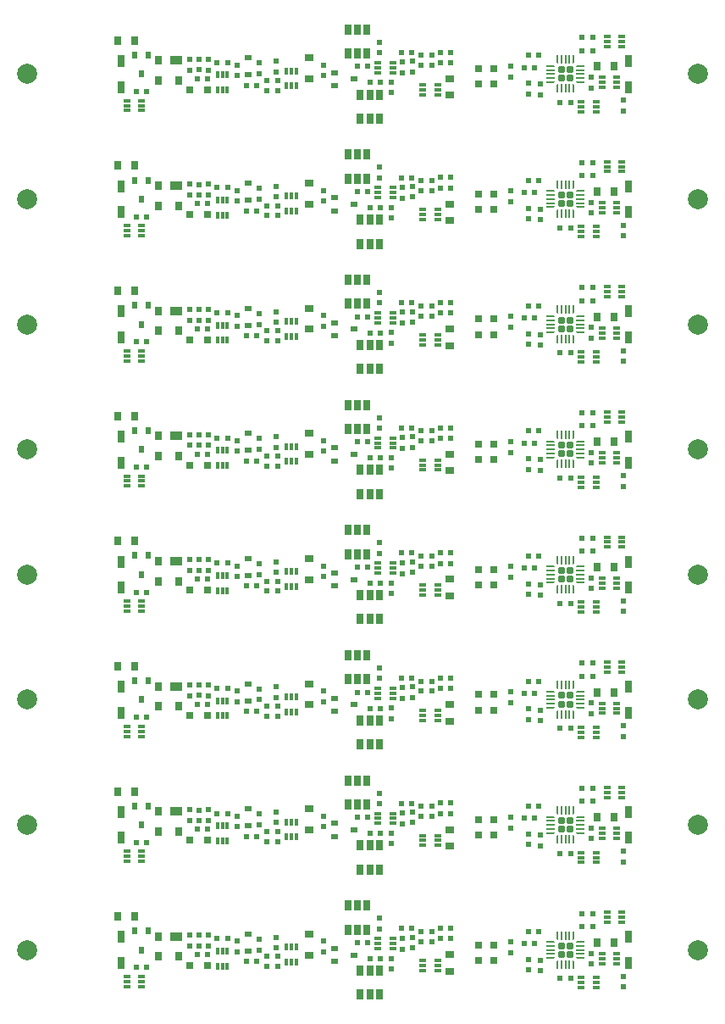
<source format=gtp>
G04 #@! TF.GenerationSoftware,KiCad,Pcbnew,7.0.7*
G04 #@! TF.CreationDate,2023-09-19T00:26:08+09:00*
G04 #@! TF.ProjectId,motordecoder2-k3066v3-p,6d6f746f-7264-4656-936f-646572322d6b,rev?*
G04 #@! TF.SameCoordinates,Original*
G04 #@! TF.FileFunction,Paste,Top*
G04 #@! TF.FilePolarity,Positive*
%FSLAX46Y46*%
G04 Gerber Fmt 4.6, Leading zero omitted, Abs format (unit mm)*
G04 Created by KiCad (PCBNEW 7.0.7) date 2023-09-19 00:26:08*
%MOMM*%
%LPD*%
G01*
G04 APERTURE LIST*
G04 Aperture macros list*
%AMRoundRect*
0 Rectangle with rounded corners*
0 $1 Rounding radius*
0 $2 $3 $4 $5 $6 $7 $8 $9 X,Y pos of 4 corners*
0 Add a 4 corners polygon primitive as box body*
4,1,4,$2,$3,$4,$5,$6,$7,$8,$9,$2,$3,0*
0 Add four circle primitives for the rounded corners*
1,1,$1+$1,$2,$3*
1,1,$1+$1,$4,$5*
1,1,$1+$1,$6,$7*
1,1,$1+$1,$8,$9*
0 Add four rect primitives between the rounded corners*
20,1,$1+$1,$2,$3,$4,$5,0*
20,1,$1+$1,$4,$5,$6,$7,0*
20,1,$1+$1,$6,$7,$8,$9,0*
20,1,$1+$1,$8,$9,$2,$3,0*%
%AMFreePoly0*
4,1,14,0.334644,0.085355,0.385355,0.034644,0.400000,-0.000711,0.400000,-0.050000,0.385355,-0.085355,0.350000,-0.100000,-0.350000,-0.100000,-0.385355,-0.085355,-0.400000,-0.050000,-0.400000,0.050000,-0.385355,0.085355,-0.350000,0.100000,0.299289,0.100000,0.334644,0.085355,0.334644,0.085355,$1*%
%AMFreePoly1*
4,1,14,0.385355,0.085355,0.400000,0.050000,0.400000,0.000711,0.385355,-0.034644,0.334644,-0.085355,0.299289,-0.100000,-0.350000,-0.100000,-0.385355,-0.085355,-0.400000,-0.050000,-0.400000,0.050000,-0.385355,0.085355,-0.350000,0.100000,0.350000,0.100000,0.385355,0.085355,0.385355,0.085355,$1*%
%AMFreePoly2*
4,1,14,0.085355,0.385355,0.100000,0.350000,0.100000,-0.350000,0.085355,-0.385355,0.050000,-0.400000,-0.050000,-0.400000,-0.085355,-0.385355,-0.100000,-0.350000,-0.100000,0.299289,-0.085355,0.334644,-0.034644,0.385355,0.000711,0.400000,0.050000,0.400000,0.085355,0.385355,0.085355,0.385355,$1*%
%AMFreePoly3*
4,1,14,0.034644,0.385355,0.085355,0.334644,0.100000,0.299289,0.100000,-0.350000,0.085355,-0.385355,0.050000,-0.400000,-0.050000,-0.400000,-0.085355,-0.385355,-0.100000,-0.350000,-0.100000,0.350000,-0.085355,0.385355,-0.050000,0.400000,-0.000711,0.400000,0.034644,0.385355,0.034644,0.385355,$1*%
%AMFreePoly4*
4,1,14,0.385355,0.085355,0.400000,0.050000,0.400000,-0.050000,0.385355,-0.085355,0.350000,-0.100000,-0.299289,-0.100000,-0.334644,-0.085355,-0.385355,-0.034644,-0.400000,0.000711,-0.400000,0.050000,-0.385355,0.085355,-0.350000,0.100000,0.350000,0.100000,0.385355,0.085355,0.385355,0.085355,$1*%
%AMFreePoly5*
4,1,14,0.385355,0.085355,0.400000,0.050000,0.400000,-0.050000,0.385355,-0.085355,0.350000,-0.100000,-0.350000,-0.100000,-0.385355,-0.085355,-0.400000,-0.050000,-0.400000,-0.000711,-0.385355,0.034644,-0.334644,0.085355,-0.299289,0.100000,0.350000,0.100000,0.385355,0.085355,0.385355,0.085355,$1*%
%AMFreePoly6*
4,1,14,0.085355,0.385355,0.100000,0.350000,0.100000,-0.299289,0.085355,-0.334644,0.034644,-0.385355,-0.000711,-0.400000,-0.050000,-0.400000,-0.085355,-0.385355,-0.100000,-0.350000,-0.100000,0.350000,-0.085355,0.385355,-0.050000,0.400000,0.050000,0.400000,0.085355,0.385355,0.085355,0.385355,$1*%
%AMFreePoly7*
4,1,14,0.085355,0.385355,0.100000,0.350000,0.100000,-0.350000,0.085355,-0.385355,0.050000,-0.400000,0.000711,-0.400000,-0.034644,-0.385355,-0.085355,-0.334644,-0.100000,-0.299289,-0.100000,0.350000,-0.085355,0.385355,-0.050000,0.400000,0.050000,0.400000,0.085355,0.385355,0.085355,0.385355,$1*%
G04 Aperture macros list end*
%ADD10R,0.700000X1.000000*%
%ADD11R,0.700000X0.300000*%
%ADD12R,0.300000X0.700000*%
%ADD13R,0.650000X0.900000*%
%ADD14R,0.600000X0.550000*%
%ADD15R,0.550000X0.600000*%
%ADD16R,0.500000X0.550000*%
%ADD17R,0.900000X0.800000*%
%ADD18R,0.800000X0.500000*%
%ADD19R,0.800000X0.800000*%
%ADD20R,0.700000X0.800000*%
%ADD21R,0.800000X0.600000*%
%ADD22R,0.500000X0.800000*%
%ADD23R,0.900000X0.650000*%
%ADD24R,1.200000X0.900000*%
%ADD25R,0.800000X0.900000*%
%ADD26RoundRect,0.172500X-0.172500X-0.172500X0.172500X-0.172500X0.172500X0.172500X-0.172500X0.172500X0*%
%ADD27FreePoly0,0.000000*%
%ADD28RoundRect,0.050000X-0.350000X-0.050000X0.350000X-0.050000X0.350000X0.050000X-0.350000X0.050000X0*%
%ADD29FreePoly1,0.000000*%
%ADD30FreePoly2,0.000000*%
%ADD31RoundRect,0.050000X-0.050000X-0.350000X0.050000X-0.350000X0.050000X0.350000X-0.050000X0.350000X0*%
%ADD32FreePoly3,0.000000*%
%ADD33FreePoly4,0.000000*%
%ADD34FreePoly5,0.000000*%
%ADD35FreePoly6,0.000000*%
%ADD36FreePoly7,0.000000*%
%ADD37R,0.750000X1.300000*%
%ADD38C,2.000000*%
G04 APERTURE END LIST*
D10*
X146550000Y-46950000D03*
X147500000Y-46950000D03*
X148450000Y-46950000D03*
X148450000Y-44550000D03*
X147500000Y-44550000D03*
X146550000Y-44550000D03*
X149700000Y-51050000D03*
X148750000Y-51050000D03*
X147800000Y-51050000D03*
X147800000Y-53450000D03*
X148750000Y-53450000D03*
X149700000Y-53450000D03*
D11*
X149550000Y-47850000D03*
X149550000Y-48350000D03*
X149550000Y-48850000D03*
X151050000Y-48850000D03*
X151050000Y-48350000D03*
X151050000Y-47850000D03*
X154050000Y-50050000D03*
X154050000Y-50550000D03*
X154050000Y-51050000D03*
X155550000Y-51050000D03*
X155550000Y-50550000D03*
X155550000Y-50050000D03*
D12*
X133500000Y-50600000D03*
X134000000Y-50600000D03*
X134500000Y-50600000D03*
X134500000Y-49100000D03*
X134000000Y-49100000D03*
X133500000Y-49100000D03*
D13*
X171475000Y-48250000D03*
X173125000Y-48250000D03*
D14*
X135500000Y-49175000D03*
X135500000Y-48125000D03*
X139400000Y-47725000D03*
X139400000Y-48775000D03*
D15*
X138475000Y-49650000D03*
X139525000Y-49650000D03*
X139525000Y-50650000D03*
X138475000Y-50650000D03*
X153875000Y-47150000D03*
X154925000Y-47150000D03*
D16*
X130700000Y-48600000D03*
X130700000Y-47500000D03*
X162800000Y-49300000D03*
X162800000Y-48200000D03*
X152000000Y-47800000D03*
X152000000Y-48900000D03*
X137700000Y-49000000D03*
X137700000Y-47900000D03*
X132600000Y-48600000D03*
X132600000Y-47500000D03*
D17*
X142700000Y-49500000D03*
X142700000Y-47400000D03*
D18*
X145250000Y-48850000D03*
X145250000Y-50150000D03*
X147150000Y-49500000D03*
D19*
X159600000Y-50025000D03*
X159600000Y-48475000D03*
D11*
X173950000Y-46250000D03*
X173950000Y-45750000D03*
X173950000Y-45250000D03*
X172450000Y-45250000D03*
X172450000Y-45750000D03*
X172450000Y-46250000D03*
D14*
X174100000Y-52675000D03*
X174100000Y-51625000D03*
D15*
X168825000Y-51850000D03*
X167775000Y-51850000D03*
X171025000Y-45350000D03*
X169975000Y-45350000D03*
D14*
X164600000Y-50975000D03*
X164600000Y-49925000D03*
D11*
X171950000Y-49350000D03*
X171950000Y-49850000D03*
X171950000Y-50350000D03*
X173450000Y-50350000D03*
X173450000Y-49850000D03*
X173450000Y-49350000D03*
X171350000Y-52750000D03*
X171350000Y-52250000D03*
X171350000Y-51750000D03*
X169850000Y-51750000D03*
X169850000Y-52250000D03*
X169850000Y-52750000D03*
D14*
X170900000Y-50375000D03*
X170900000Y-49325000D03*
D15*
X171025000Y-46650000D03*
X169975000Y-46650000D03*
D20*
X161100000Y-50025000D03*
X161100000Y-48475000D03*
D21*
X136600000Y-49100000D03*
X136600000Y-47400000D03*
D14*
X131650000Y-48575000D03*
X131650000Y-47525000D03*
D12*
X141400000Y-48700000D03*
X140900000Y-48700000D03*
X140400000Y-48700000D03*
X140400000Y-50200000D03*
X140900000Y-50200000D03*
X141400000Y-50200000D03*
D15*
X165225000Y-48350000D03*
X164175000Y-48350000D03*
D14*
X165800000Y-50025000D03*
X165800000Y-51075000D03*
D15*
X164575000Y-47150000D03*
X165625000Y-47150000D03*
D22*
X126550000Y-47100000D03*
X125250000Y-47100000D03*
X125900000Y-49000000D03*
D15*
X152925000Y-46850000D03*
X151875000Y-46850000D03*
D14*
X153000000Y-47725000D03*
X153000000Y-48775000D03*
X155800000Y-46825000D03*
X155800000Y-47875000D03*
X156800000Y-47875000D03*
X156800000Y-46825000D03*
D15*
X154925000Y-48150000D03*
X153875000Y-48150000D03*
X147475000Y-48250000D03*
X148525000Y-48250000D03*
X148775000Y-49850000D03*
X149825000Y-49850000D03*
D14*
X149700000Y-46875000D03*
X149700000Y-45825000D03*
X150900000Y-49825000D03*
X150900000Y-50875000D03*
D23*
X156700000Y-51125000D03*
X156700000Y-49475000D03*
D14*
X144100000Y-49175000D03*
X144100000Y-48125000D03*
D15*
X136375000Y-50150000D03*
X137425000Y-50150000D03*
X132525000Y-49450000D03*
X131475000Y-49450000D03*
X125375000Y-50750000D03*
X126425000Y-50750000D03*
D24*
X129400000Y-47650000D03*
D25*
X127600000Y-47650000D03*
X127600000Y-49650000D03*
X129600000Y-49650000D03*
D11*
X124450000Y-51650000D03*
X124450000Y-52150000D03*
X124450000Y-52650000D03*
X125950000Y-52650000D03*
X125950000Y-52150000D03*
X125950000Y-51650000D03*
D20*
X132500000Y-50550000D03*
X130700000Y-50550000D03*
D13*
X123575000Y-45650000D03*
X125225000Y-45650000D03*
D15*
X133475000Y-47850000D03*
X134525000Y-47850000D03*
D26*
X167875000Y-48575000D03*
X167875000Y-49425000D03*
X168725000Y-48575000D03*
X168725000Y-49425000D03*
D27*
X166850000Y-48200000D03*
D28*
X166850000Y-48600000D03*
X166850000Y-49000000D03*
X166850000Y-49400000D03*
D29*
X166850000Y-49800000D03*
D30*
X167500000Y-50450000D03*
D31*
X167900000Y-50450000D03*
X168300000Y-50450000D03*
X168700000Y-50450000D03*
D32*
X169100000Y-50450000D03*
D33*
X169750000Y-49800000D03*
D28*
X169750000Y-49400000D03*
X169750000Y-49000000D03*
X169750000Y-48600000D03*
D34*
X169750000Y-48200000D03*
D35*
X169100000Y-47550000D03*
D31*
X168700000Y-47550000D03*
X168300000Y-47550000D03*
X167900000Y-47550000D03*
D36*
X167500000Y-47550000D03*
D37*
X123875000Y-47700000D03*
X123875000Y-50300000D03*
X174625000Y-50300000D03*
X174625000Y-47700000D03*
D16*
X132600000Y-73600000D03*
X132600000Y-72500000D03*
D18*
X145250000Y-98850000D03*
X145250000Y-100150000D03*
X147150000Y-99500000D03*
D21*
X136600000Y-111600000D03*
X136600000Y-109900000D03*
D18*
X145250000Y-123850000D03*
X145250000Y-125150000D03*
X147150000Y-124500000D03*
D15*
X147475000Y-98250000D03*
X148525000Y-98250000D03*
D14*
X155800000Y-71825000D03*
X155800000Y-72875000D03*
D11*
X124450000Y-101650000D03*
X124450000Y-102150000D03*
X124450000Y-102650000D03*
X125950000Y-102650000D03*
X125950000Y-102150000D03*
X125950000Y-101650000D03*
X173950000Y-58750000D03*
X173950000Y-58250000D03*
X173950000Y-57750000D03*
X172450000Y-57750000D03*
X172450000Y-58250000D03*
X172450000Y-58750000D03*
D24*
X129400000Y-85150000D03*
D25*
X127600000Y-85150000D03*
X127600000Y-87150000D03*
X129600000Y-87150000D03*
D11*
X149550000Y-97850000D03*
X149550000Y-98350000D03*
X149550000Y-98850000D03*
X151050000Y-98850000D03*
X151050000Y-98350000D03*
X151050000Y-97850000D03*
D14*
X135500000Y-99175000D03*
X135500000Y-98125000D03*
X150900000Y-87325000D03*
X150900000Y-88375000D03*
D11*
X171950000Y-136850000D03*
X171950000Y-137350000D03*
X171950000Y-137850000D03*
X173450000Y-137850000D03*
X173450000Y-137350000D03*
X173450000Y-136850000D03*
X124450000Y-139150000D03*
X124450000Y-139650000D03*
X124450000Y-140150000D03*
X125950000Y-140150000D03*
X125950000Y-139650000D03*
X125950000Y-139150000D03*
D14*
X170900000Y-87875000D03*
X170900000Y-86825000D03*
D19*
X159600000Y-87525000D03*
X159600000Y-85975000D03*
D11*
X124450000Y-114150000D03*
X124450000Y-114650000D03*
X124450000Y-115150000D03*
X125950000Y-115150000D03*
X125950000Y-114650000D03*
X125950000Y-114150000D03*
D14*
X135500000Y-124175000D03*
X135500000Y-123125000D03*
D20*
X132500000Y-75550000D03*
X130700000Y-75550000D03*
D38*
X114500000Y-86500000D03*
D14*
X144100000Y-61675000D03*
X144100000Y-60625000D03*
D17*
X142700000Y-99500000D03*
X142700000Y-97400000D03*
D11*
X154050000Y-100050000D03*
X154050000Y-100550000D03*
X154050000Y-101050000D03*
X155550000Y-101050000D03*
X155550000Y-100550000D03*
X155550000Y-100050000D03*
D15*
X164575000Y-122150000D03*
X165625000Y-122150000D03*
D11*
X173950000Y-121250000D03*
X173950000Y-120750000D03*
X173950000Y-120250000D03*
X172450000Y-120250000D03*
X172450000Y-120750000D03*
X172450000Y-121250000D03*
D16*
X132600000Y-86100000D03*
X132600000Y-85000000D03*
D14*
X150900000Y-137325000D03*
X150900000Y-138375000D03*
D12*
X141400000Y-136200000D03*
X140900000Y-136200000D03*
X140400000Y-136200000D03*
X140400000Y-137700000D03*
X140900000Y-137700000D03*
X141400000Y-137700000D03*
D14*
X135500000Y-74175000D03*
X135500000Y-73125000D03*
D15*
X165225000Y-110850000D03*
X164175000Y-110850000D03*
D13*
X123575000Y-95650000D03*
X125225000Y-95650000D03*
D15*
X168825000Y-101850000D03*
X167775000Y-101850000D03*
D13*
X123575000Y-120650000D03*
X125225000Y-120650000D03*
D15*
X148775000Y-124850000D03*
X149825000Y-124850000D03*
D26*
X167875000Y-136075000D03*
X167875000Y-136925000D03*
X168725000Y-136075000D03*
X168725000Y-136925000D03*
D27*
X166850000Y-135700000D03*
D28*
X166850000Y-136100000D03*
X166850000Y-136500000D03*
X166850000Y-136900000D03*
D29*
X166850000Y-137300000D03*
D30*
X167500000Y-137950000D03*
D31*
X167900000Y-137950000D03*
X168300000Y-137950000D03*
X168700000Y-137950000D03*
D32*
X169100000Y-137950000D03*
D33*
X169750000Y-137300000D03*
D28*
X169750000Y-136900000D03*
X169750000Y-136500000D03*
X169750000Y-136100000D03*
D34*
X169750000Y-135700000D03*
D35*
X169100000Y-135050000D03*
D31*
X168700000Y-135050000D03*
X168300000Y-135050000D03*
X167900000Y-135050000D03*
D36*
X167500000Y-135050000D03*
D15*
X148775000Y-112350000D03*
X149825000Y-112350000D03*
D26*
X167875000Y-98575000D03*
X167875000Y-99425000D03*
X168725000Y-98575000D03*
X168725000Y-99425000D03*
D27*
X166850000Y-98200000D03*
D28*
X166850000Y-98600000D03*
X166850000Y-99000000D03*
X166850000Y-99400000D03*
D29*
X166850000Y-99800000D03*
D30*
X167500000Y-100450000D03*
D31*
X167900000Y-100450000D03*
X168300000Y-100450000D03*
X168700000Y-100450000D03*
D32*
X169100000Y-100450000D03*
D33*
X169750000Y-99800000D03*
D28*
X169750000Y-99400000D03*
X169750000Y-99000000D03*
X169750000Y-98600000D03*
D34*
X169750000Y-98200000D03*
D35*
X169100000Y-97550000D03*
D31*
X168700000Y-97550000D03*
X168300000Y-97550000D03*
X167900000Y-97550000D03*
D36*
X167500000Y-97550000D03*
D23*
X156700000Y-101125000D03*
X156700000Y-99475000D03*
D15*
X165225000Y-73350000D03*
X164175000Y-73350000D03*
D12*
X141400000Y-98700000D03*
X140900000Y-98700000D03*
X140400000Y-98700000D03*
X140400000Y-100200000D03*
X140900000Y-100200000D03*
X141400000Y-100200000D03*
D14*
X149700000Y-121875000D03*
X149700000Y-120825000D03*
X131650000Y-123575000D03*
X131650000Y-122525000D03*
D11*
X154050000Y-75050000D03*
X154050000Y-75550000D03*
X154050000Y-76050000D03*
X155550000Y-76050000D03*
X155550000Y-75550000D03*
X155550000Y-75050000D03*
D15*
X147475000Y-135750000D03*
X148525000Y-135750000D03*
D16*
X162800000Y-86800000D03*
X162800000Y-85700000D03*
D15*
X154925000Y-110650000D03*
X153875000Y-110650000D03*
D19*
X159600000Y-62525000D03*
X159600000Y-60975000D03*
D14*
X174100000Y-102675000D03*
X174100000Y-101625000D03*
D15*
X133475000Y-97850000D03*
X134525000Y-97850000D03*
D11*
X149550000Y-72850000D03*
X149550000Y-73350000D03*
X149550000Y-73850000D03*
X151050000Y-73850000D03*
X151050000Y-73350000D03*
X151050000Y-72850000D03*
D14*
X165800000Y-75025000D03*
X165800000Y-76075000D03*
D15*
X152925000Y-71850000D03*
X151875000Y-71850000D03*
X152925000Y-84350000D03*
X151875000Y-84350000D03*
D14*
X164600000Y-113475000D03*
X164600000Y-112425000D03*
D11*
X171950000Y-86850000D03*
X171950000Y-87350000D03*
X171950000Y-87850000D03*
X173450000Y-87850000D03*
X173450000Y-87350000D03*
X173450000Y-86850000D03*
D24*
X129400000Y-60150000D03*
D25*
X127600000Y-60150000D03*
X127600000Y-62150000D03*
X129600000Y-62150000D03*
D21*
X136600000Y-99100000D03*
X136600000Y-97400000D03*
D38*
X181500000Y-136500000D03*
D15*
X136375000Y-125150000D03*
X137425000Y-125150000D03*
D24*
X129400000Y-122650000D03*
D25*
X127600000Y-122650000D03*
X127600000Y-124650000D03*
X129600000Y-124650000D03*
D12*
X133500000Y-138100000D03*
X134000000Y-138100000D03*
X134500000Y-138100000D03*
X134500000Y-136600000D03*
X134000000Y-136600000D03*
X133500000Y-136600000D03*
D14*
X144100000Y-86675000D03*
X144100000Y-85625000D03*
X174100000Y-127675000D03*
X174100000Y-126625000D03*
D17*
X142700000Y-124500000D03*
X142700000Y-122400000D03*
D14*
X153000000Y-72725000D03*
X153000000Y-73775000D03*
X131650000Y-73575000D03*
X131650000Y-72525000D03*
X164600000Y-75975000D03*
X164600000Y-74925000D03*
X174100000Y-90175000D03*
X174100000Y-89125000D03*
D15*
X154925000Y-98150000D03*
X153875000Y-98150000D03*
D14*
X155800000Y-96825000D03*
X155800000Y-97875000D03*
D16*
X130700000Y-136100000D03*
X130700000Y-135000000D03*
X162800000Y-99300000D03*
X162800000Y-98200000D03*
X137700000Y-74000000D03*
X137700000Y-72900000D03*
D11*
X171950000Y-74350000D03*
X171950000Y-74850000D03*
X171950000Y-75350000D03*
X173450000Y-75350000D03*
X173450000Y-74850000D03*
X173450000Y-74350000D03*
D15*
X171025000Y-109150000D03*
X169975000Y-109150000D03*
X136375000Y-112650000D03*
X137425000Y-112650000D03*
D23*
X156700000Y-126125000D03*
X156700000Y-124475000D03*
D21*
X136600000Y-86600000D03*
X136600000Y-84900000D03*
D12*
X141400000Y-123700000D03*
X140900000Y-123700000D03*
X140400000Y-123700000D03*
X140400000Y-125200000D03*
X140900000Y-125200000D03*
X141400000Y-125200000D03*
D15*
X165225000Y-135850000D03*
X164175000Y-135850000D03*
X125375000Y-100750000D03*
X126425000Y-100750000D03*
D11*
X171950000Y-124350000D03*
X171950000Y-124850000D03*
X171950000Y-125350000D03*
X173450000Y-125350000D03*
X173450000Y-124850000D03*
X173450000Y-124350000D03*
D19*
X159600000Y-100025000D03*
X159600000Y-98475000D03*
D11*
X124450000Y-126650000D03*
X124450000Y-127150000D03*
X124450000Y-127650000D03*
X125950000Y-127650000D03*
X125950000Y-127150000D03*
X125950000Y-126650000D03*
D38*
X114500000Y-61500000D03*
D17*
X142700000Y-137000000D03*
X142700000Y-134900000D03*
D14*
X156800000Y-85375000D03*
X156800000Y-84325000D03*
D11*
X124450000Y-89150000D03*
X124450000Y-89650000D03*
X124450000Y-90150000D03*
X125950000Y-90150000D03*
X125950000Y-89650000D03*
X125950000Y-89150000D03*
D12*
X133500000Y-88100000D03*
X134000000Y-88100000D03*
X134500000Y-88100000D03*
X134500000Y-86600000D03*
X134000000Y-86600000D03*
X133500000Y-86600000D03*
D26*
X167875000Y-111075000D03*
X167875000Y-111925000D03*
X168725000Y-111075000D03*
X168725000Y-111925000D03*
D27*
X166850000Y-110700000D03*
D28*
X166850000Y-111100000D03*
X166850000Y-111500000D03*
X166850000Y-111900000D03*
D29*
X166850000Y-112300000D03*
D30*
X167500000Y-112950000D03*
D31*
X167900000Y-112950000D03*
X168300000Y-112950000D03*
X168700000Y-112950000D03*
D32*
X169100000Y-112950000D03*
D33*
X169750000Y-112300000D03*
D28*
X169750000Y-111900000D03*
X169750000Y-111500000D03*
X169750000Y-111100000D03*
D34*
X169750000Y-110700000D03*
D35*
X169100000Y-110050000D03*
D31*
X168700000Y-110050000D03*
X168300000Y-110050000D03*
X167900000Y-110050000D03*
D36*
X167500000Y-110050000D03*
D13*
X123575000Y-108150000D03*
X125225000Y-108150000D03*
D16*
X130700000Y-86100000D03*
X130700000Y-85000000D03*
D13*
X171475000Y-135750000D03*
X173125000Y-135750000D03*
D10*
X149700000Y-101050000D03*
X148750000Y-101050000D03*
X147800000Y-101050000D03*
X147800000Y-103450000D03*
X148750000Y-103450000D03*
X149700000Y-103450000D03*
D11*
X149550000Y-85350000D03*
X149550000Y-85850000D03*
X149550000Y-86350000D03*
X151050000Y-86350000D03*
X151050000Y-85850000D03*
X151050000Y-85350000D03*
D26*
X167875000Y-61075000D03*
X167875000Y-61925000D03*
X168725000Y-61075000D03*
X168725000Y-61925000D03*
D27*
X166850000Y-60700000D03*
D28*
X166850000Y-61100000D03*
X166850000Y-61500000D03*
X166850000Y-61900000D03*
D29*
X166850000Y-62300000D03*
D30*
X167500000Y-62950000D03*
D31*
X167900000Y-62950000D03*
X168300000Y-62950000D03*
X168700000Y-62950000D03*
D32*
X169100000Y-62950000D03*
D33*
X169750000Y-62300000D03*
D28*
X169750000Y-61900000D03*
X169750000Y-61500000D03*
X169750000Y-61100000D03*
D34*
X169750000Y-60700000D03*
D35*
X169100000Y-60050000D03*
D31*
X168700000Y-60050000D03*
X168300000Y-60050000D03*
X167900000Y-60050000D03*
D36*
X167500000Y-60050000D03*
D15*
X168825000Y-64350000D03*
X167775000Y-64350000D03*
D20*
X132500000Y-138050000D03*
X130700000Y-138050000D03*
D11*
X154050000Y-62550000D03*
X154050000Y-63050000D03*
X154050000Y-63550000D03*
X155550000Y-63550000D03*
X155550000Y-63050000D03*
X155550000Y-62550000D03*
D14*
X155800000Y-134325000D03*
X155800000Y-135375000D03*
D16*
X152000000Y-110300000D03*
X152000000Y-111400000D03*
D13*
X123575000Y-58150000D03*
X125225000Y-58150000D03*
D11*
X171350000Y-77750000D03*
X171350000Y-77250000D03*
X171350000Y-76750000D03*
X169850000Y-76750000D03*
X169850000Y-77250000D03*
X169850000Y-77750000D03*
D37*
X123875000Y-97700000D03*
X123875000Y-100300000D03*
D16*
X130700000Y-123600000D03*
X130700000Y-122500000D03*
D15*
X147475000Y-110750000D03*
X148525000Y-110750000D03*
D11*
X171950000Y-111850000D03*
X171950000Y-112350000D03*
X171950000Y-112850000D03*
X173450000Y-112850000D03*
X173450000Y-112350000D03*
X173450000Y-111850000D03*
D37*
X174625000Y-112800000D03*
X174625000Y-110200000D03*
D14*
X131650000Y-111075000D03*
X131650000Y-110025000D03*
X174100000Y-115175000D03*
X174100000Y-114125000D03*
D15*
X171025000Y-120350000D03*
X169975000Y-120350000D03*
D14*
X174100000Y-65175000D03*
X174100000Y-64125000D03*
D19*
X159600000Y-75025000D03*
X159600000Y-73475000D03*
D12*
X133500000Y-63100000D03*
X134000000Y-63100000D03*
X134500000Y-63100000D03*
X134500000Y-61600000D03*
X134000000Y-61600000D03*
X133500000Y-61600000D03*
D16*
X152000000Y-97800000D03*
X152000000Y-98900000D03*
D15*
X125375000Y-63250000D03*
X126425000Y-63250000D03*
D10*
X146550000Y-96950000D03*
X147500000Y-96950000D03*
X148450000Y-96950000D03*
X148450000Y-94550000D03*
X147500000Y-94550000D03*
X146550000Y-94550000D03*
D15*
X168825000Y-139350000D03*
X167775000Y-139350000D03*
X125375000Y-138250000D03*
X126425000Y-138250000D03*
X152925000Y-59350000D03*
X151875000Y-59350000D03*
D11*
X171350000Y-115250000D03*
X171350000Y-114750000D03*
X171350000Y-114250000D03*
X169850000Y-114250000D03*
X169850000Y-114750000D03*
X169850000Y-115250000D03*
D16*
X132600000Y-136100000D03*
X132600000Y-135000000D03*
D15*
X133475000Y-72850000D03*
X134525000Y-72850000D03*
X139525000Y-75650000D03*
X138475000Y-75650000D03*
D23*
X156700000Y-88625000D03*
X156700000Y-86975000D03*
D15*
X171025000Y-59150000D03*
X169975000Y-59150000D03*
D10*
X149700000Y-138550000D03*
X148750000Y-138550000D03*
X147800000Y-138550000D03*
X147800000Y-140950000D03*
X148750000Y-140950000D03*
X149700000Y-140950000D03*
D14*
X153000000Y-135225000D03*
X153000000Y-136275000D03*
D11*
X154050000Y-125050000D03*
X154050000Y-125550000D03*
X154050000Y-126050000D03*
X155550000Y-126050000D03*
X155550000Y-125550000D03*
X155550000Y-125050000D03*
D12*
X133500000Y-75600000D03*
X134000000Y-75600000D03*
X134500000Y-75600000D03*
X134500000Y-74100000D03*
X134000000Y-74100000D03*
X133500000Y-74100000D03*
D15*
X125375000Y-75750000D03*
X126425000Y-75750000D03*
D19*
X159600000Y-112525000D03*
X159600000Y-110975000D03*
D14*
X156800000Y-122875000D03*
X156800000Y-121825000D03*
D22*
X126550000Y-97100000D03*
X125250000Y-97100000D03*
X125900000Y-99000000D03*
D15*
X153875000Y-97150000D03*
X154925000Y-97150000D03*
D14*
X153000000Y-110225000D03*
X153000000Y-111275000D03*
X149700000Y-96875000D03*
X149700000Y-95825000D03*
D38*
X181500000Y-74000000D03*
D14*
X144100000Y-136675000D03*
X144100000Y-135625000D03*
X153000000Y-85225000D03*
X153000000Y-86275000D03*
D15*
X148775000Y-62350000D03*
X149825000Y-62350000D03*
D13*
X171475000Y-60750000D03*
X173125000Y-60750000D03*
D15*
X138475000Y-62150000D03*
X139525000Y-62150000D03*
D22*
X126550000Y-109600000D03*
X125250000Y-109600000D03*
X125900000Y-111500000D03*
D13*
X171475000Y-85750000D03*
X173125000Y-85750000D03*
D15*
X139525000Y-113150000D03*
X138475000Y-113150000D03*
D14*
X165800000Y-125025000D03*
X165800000Y-126075000D03*
D38*
X181500000Y-61500000D03*
D14*
X165800000Y-62525000D03*
X165800000Y-63575000D03*
D15*
X168825000Y-114350000D03*
X167775000Y-114350000D03*
D23*
X156700000Y-76125000D03*
X156700000Y-74475000D03*
D18*
X145250000Y-61350000D03*
X145250000Y-62650000D03*
X147150000Y-62000000D03*
D11*
X149550000Y-60350000D03*
X149550000Y-60850000D03*
X149550000Y-61350000D03*
X151050000Y-61350000D03*
X151050000Y-60850000D03*
X151050000Y-60350000D03*
D14*
X149700000Y-109375000D03*
X149700000Y-108325000D03*
X149700000Y-59375000D03*
X149700000Y-58325000D03*
D11*
X154050000Y-112550000D03*
X154050000Y-113050000D03*
X154050000Y-113550000D03*
X155550000Y-113550000D03*
X155550000Y-113050000D03*
X155550000Y-112550000D03*
D14*
X150900000Y-124825000D03*
X150900000Y-125875000D03*
D15*
X154925000Y-85650000D03*
X153875000Y-85650000D03*
X164575000Y-72150000D03*
X165625000Y-72150000D03*
D14*
X150900000Y-74825000D03*
X150900000Y-75875000D03*
D20*
X161100000Y-137525000D03*
X161100000Y-135975000D03*
D14*
X135500000Y-111675000D03*
X135500000Y-110625000D03*
D10*
X149700000Y-88550000D03*
X148750000Y-88550000D03*
X147800000Y-88550000D03*
X147800000Y-90950000D03*
X148750000Y-90950000D03*
X149700000Y-90950000D03*
D15*
X125375000Y-125750000D03*
X126425000Y-125750000D03*
D13*
X171475000Y-73250000D03*
X173125000Y-73250000D03*
D21*
X136600000Y-124100000D03*
X136600000Y-122400000D03*
X136600000Y-74100000D03*
X136600000Y-72400000D03*
D15*
X136375000Y-87650000D03*
X137425000Y-87650000D03*
D14*
X165800000Y-87525000D03*
X165800000Y-88575000D03*
D16*
X132600000Y-123600000D03*
X132600000Y-122500000D03*
D15*
X138475000Y-112150000D03*
X139525000Y-112150000D03*
D14*
X155800000Y-121825000D03*
X155800000Y-122875000D03*
D37*
X174625000Y-87800000D03*
X174625000Y-85200000D03*
D11*
X173950000Y-133750000D03*
X173950000Y-133250000D03*
X173950000Y-132750000D03*
X172450000Y-132750000D03*
X172450000Y-133250000D03*
X172450000Y-133750000D03*
D12*
X141400000Y-86200000D03*
X140900000Y-86200000D03*
X140400000Y-86200000D03*
X140400000Y-87700000D03*
X140900000Y-87700000D03*
X141400000Y-87700000D03*
D38*
X114500000Y-74000000D03*
X181500000Y-86500000D03*
D14*
X144100000Y-111675000D03*
X144100000Y-110625000D03*
D15*
X171025000Y-134150000D03*
X169975000Y-134150000D03*
X139525000Y-138150000D03*
X138475000Y-138150000D03*
D37*
X123875000Y-110200000D03*
X123875000Y-112800000D03*
D17*
X142700000Y-87000000D03*
X142700000Y-84900000D03*
D10*
X149700000Y-76050000D03*
X148750000Y-76050000D03*
X147800000Y-76050000D03*
X147800000Y-78450000D03*
X148750000Y-78450000D03*
X149700000Y-78450000D03*
D11*
X149550000Y-122850000D03*
X149550000Y-123350000D03*
X149550000Y-123850000D03*
X151050000Y-123850000D03*
X151050000Y-123350000D03*
X151050000Y-122850000D03*
D14*
X150900000Y-62325000D03*
X150900000Y-63375000D03*
D17*
X142700000Y-74500000D03*
X142700000Y-72400000D03*
D12*
X141400000Y-111200000D03*
X140900000Y-111200000D03*
X140400000Y-111200000D03*
X140400000Y-112700000D03*
X140900000Y-112700000D03*
X141400000Y-112700000D03*
D18*
X145250000Y-73850000D03*
X145250000Y-75150000D03*
X147150000Y-74500000D03*
D11*
X171350000Y-127750000D03*
X171350000Y-127250000D03*
X171350000Y-126750000D03*
X169850000Y-126750000D03*
X169850000Y-127250000D03*
X169850000Y-127750000D03*
D15*
X147475000Y-85750000D03*
X148525000Y-85750000D03*
D38*
X114500000Y-136500000D03*
D11*
X154050000Y-137550000D03*
X154050000Y-138050000D03*
X154050000Y-138550000D03*
X155550000Y-138550000D03*
X155550000Y-138050000D03*
X155550000Y-137550000D03*
D10*
X149700000Y-113550000D03*
X148750000Y-113550000D03*
X147800000Y-113550000D03*
X147800000Y-115950000D03*
X148750000Y-115950000D03*
X149700000Y-115950000D03*
D14*
X139400000Y-97725000D03*
X139400000Y-98775000D03*
D15*
X168825000Y-126850000D03*
X167775000Y-126850000D03*
D38*
X114500000Y-49000000D03*
X181500000Y-99000000D03*
D15*
X139525000Y-125650000D03*
X138475000Y-125650000D03*
X147475000Y-73250000D03*
X148525000Y-73250000D03*
D17*
X142700000Y-112000000D03*
X142700000Y-109900000D03*
D11*
X171350000Y-65250000D03*
X171350000Y-64750000D03*
X171350000Y-64250000D03*
X169850000Y-64250000D03*
X169850000Y-64750000D03*
X169850000Y-65250000D03*
D14*
X170900000Y-75375000D03*
X170900000Y-74325000D03*
D21*
X136600000Y-61600000D03*
X136600000Y-59900000D03*
D14*
X156800000Y-135375000D03*
X156800000Y-134325000D03*
D20*
X132500000Y-63050000D03*
X130700000Y-63050000D03*
D37*
X123875000Y-72700000D03*
X123875000Y-75300000D03*
D11*
X171950000Y-61850000D03*
X171950000Y-62350000D03*
X171950000Y-62850000D03*
X173450000Y-62850000D03*
X173450000Y-62350000D03*
X173450000Y-61850000D03*
D15*
X148775000Y-137350000D03*
X149825000Y-137350000D03*
D16*
X162800000Y-111800000D03*
X162800000Y-110700000D03*
X152000000Y-85300000D03*
X152000000Y-86400000D03*
D14*
X131650000Y-98575000D03*
X131650000Y-97525000D03*
D16*
X137700000Y-136500000D03*
X137700000Y-135400000D03*
D15*
X138475000Y-124650000D03*
X139525000Y-124650000D03*
D14*
X174100000Y-140175000D03*
X174100000Y-139125000D03*
X164600000Y-63475000D03*
X164600000Y-62425000D03*
D15*
X171025000Y-82850000D03*
X169975000Y-82850000D03*
D14*
X144100000Y-124175000D03*
X144100000Y-123125000D03*
D10*
X146550000Y-84450000D03*
X147500000Y-84450000D03*
X148450000Y-84450000D03*
X148450000Y-82050000D03*
X147500000Y-82050000D03*
X146550000Y-82050000D03*
D20*
X132500000Y-125550000D03*
X130700000Y-125550000D03*
D14*
X149700000Y-134375000D03*
X149700000Y-133325000D03*
D16*
X137700000Y-124000000D03*
X137700000Y-122900000D03*
D15*
X153875000Y-134650000D03*
X154925000Y-134650000D03*
D14*
X164600000Y-125975000D03*
X164600000Y-124925000D03*
D15*
X136375000Y-75150000D03*
X137425000Y-75150000D03*
D13*
X123575000Y-133150000D03*
X125225000Y-133150000D03*
D15*
X165225000Y-98350000D03*
X164175000Y-98350000D03*
D24*
X129400000Y-135150000D03*
D25*
X127600000Y-135150000D03*
X127600000Y-137150000D03*
X129600000Y-137150000D03*
D22*
X126550000Y-72100000D03*
X125250000Y-72100000D03*
X125900000Y-74000000D03*
D15*
X165225000Y-85850000D03*
X164175000Y-85850000D03*
D11*
X124450000Y-76650000D03*
X124450000Y-77150000D03*
X124450000Y-77650000D03*
X125950000Y-77650000D03*
X125950000Y-77150000D03*
X125950000Y-76650000D03*
D22*
X126550000Y-122100000D03*
X125250000Y-122100000D03*
X125900000Y-124000000D03*
D23*
X156700000Y-63625000D03*
X156700000Y-61975000D03*
D14*
X131650000Y-61075000D03*
X131650000Y-60025000D03*
D15*
X164575000Y-84650000D03*
X165625000Y-84650000D03*
X171025000Y-95350000D03*
X169975000Y-95350000D03*
D14*
X149700000Y-84375000D03*
X149700000Y-83325000D03*
D15*
X139525000Y-100650000D03*
X138475000Y-100650000D03*
D14*
X139400000Y-122725000D03*
X139400000Y-123775000D03*
D15*
X154925000Y-73150000D03*
X153875000Y-73150000D03*
D23*
X156700000Y-113625000D03*
X156700000Y-111975000D03*
D15*
X125375000Y-88250000D03*
X126425000Y-88250000D03*
D11*
X171350000Y-140250000D03*
X171350000Y-139750000D03*
X171350000Y-139250000D03*
X169850000Y-139250000D03*
X169850000Y-139750000D03*
X169850000Y-140250000D03*
D15*
X171025000Y-70350000D03*
X169975000Y-70350000D03*
D16*
X162800000Y-136800000D03*
X162800000Y-135700000D03*
X152000000Y-72800000D03*
X152000000Y-73900000D03*
D13*
X123575000Y-70650000D03*
X125225000Y-70650000D03*
D14*
X153000000Y-122725000D03*
X153000000Y-123775000D03*
D15*
X138475000Y-74650000D03*
X139525000Y-74650000D03*
D14*
X174100000Y-77675000D03*
X174100000Y-76625000D03*
D24*
X129400000Y-110150000D03*
D25*
X127600000Y-110150000D03*
X127600000Y-112150000D03*
X129600000Y-112150000D03*
D15*
X136375000Y-100150000D03*
X137425000Y-100150000D03*
D14*
X139400000Y-110225000D03*
X139400000Y-111275000D03*
D37*
X123875000Y-135200000D03*
X123875000Y-137800000D03*
D14*
X150900000Y-99825000D03*
X150900000Y-100875000D03*
D16*
X162800000Y-61800000D03*
X162800000Y-60700000D03*
D15*
X147475000Y-123250000D03*
X148525000Y-123250000D03*
D14*
X165800000Y-100025000D03*
X165800000Y-101075000D03*
D37*
X123875000Y-122700000D03*
X123875000Y-125300000D03*
D15*
X171025000Y-71650000D03*
X169975000Y-71650000D03*
X136375000Y-137650000D03*
X137425000Y-137650000D03*
X132525000Y-61950000D03*
X131475000Y-61950000D03*
X152925000Y-96850000D03*
X151875000Y-96850000D03*
D16*
X130700000Y-111100000D03*
X130700000Y-110000000D03*
D10*
X146550000Y-134450000D03*
X147500000Y-134450000D03*
X148450000Y-134450000D03*
X148450000Y-132050000D03*
X147500000Y-132050000D03*
X146550000Y-132050000D03*
D14*
X144100000Y-99175000D03*
X144100000Y-98125000D03*
D15*
X136375000Y-62650000D03*
X137425000Y-62650000D03*
X148775000Y-99850000D03*
X149825000Y-99850000D03*
X132525000Y-99450000D03*
X131475000Y-99450000D03*
D14*
X149700000Y-71875000D03*
X149700000Y-70825000D03*
D15*
X152925000Y-134350000D03*
X151875000Y-134350000D03*
D11*
X173950000Y-83750000D03*
X173950000Y-83250000D03*
X173950000Y-82750000D03*
X172450000Y-82750000D03*
X172450000Y-83250000D03*
X172450000Y-83750000D03*
D14*
X164600000Y-138475000D03*
X164600000Y-137425000D03*
D16*
X162800000Y-74300000D03*
X162800000Y-73200000D03*
D15*
X153875000Y-122150000D03*
X154925000Y-122150000D03*
D14*
X153000000Y-97725000D03*
X153000000Y-98775000D03*
D11*
X171350000Y-90250000D03*
X171350000Y-89750000D03*
X171350000Y-89250000D03*
X169850000Y-89250000D03*
X169850000Y-89750000D03*
X169850000Y-90250000D03*
D16*
X137700000Y-61500000D03*
X137700000Y-60400000D03*
D18*
X145250000Y-86350000D03*
X145250000Y-87650000D03*
X147150000Y-87000000D03*
D10*
X146550000Y-59450000D03*
X147500000Y-59450000D03*
X148450000Y-59450000D03*
X148450000Y-57050000D03*
X147500000Y-57050000D03*
X146550000Y-57050000D03*
D15*
X138475000Y-137150000D03*
X139525000Y-137150000D03*
D14*
X156800000Y-97875000D03*
X156800000Y-96825000D03*
X155800000Y-84325000D03*
X155800000Y-85375000D03*
D15*
X133475000Y-60350000D03*
X134525000Y-60350000D03*
D37*
X174625000Y-100300000D03*
X174625000Y-97700000D03*
D24*
X129400000Y-97650000D03*
D25*
X127600000Y-97650000D03*
X127600000Y-99650000D03*
X129600000Y-99650000D03*
D15*
X168825000Y-76850000D03*
X167775000Y-76850000D03*
D14*
X170900000Y-112875000D03*
X170900000Y-111825000D03*
X150900000Y-112325000D03*
X150900000Y-113375000D03*
D13*
X171475000Y-110750000D03*
X173125000Y-110750000D03*
D14*
X155800000Y-109325000D03*
X155800000Y-110375000D03*
D15*
X132525000Y-124450000D03*
X131475000Y-124450000D03*
D11*
X149550000Y-110350000D03*
X149550000Y-110850000D03*
X149550000Y-111350000D03*
X151050000Y-111350000D03*
X151050000Y-110850000D03*
X151050000Y-110350000D03*
D20*
X161100000Y-87525000D03*
X161100000Y-85975000D03*
D14*
X139400000Y-60225000D03*
X139400000Y-61275000D03*
D15*
X133475000Y-122850000D03*
X134525000Y-122850000D03*
X168825000Y-89350000D03*
X167775000Y-89350000D03*
D14*
X156800000Y-110375000D03*
X156800000Y-109325000D03*
D15*
X133475000Y-135350000D03*
X134525000Y-135350000D03*
D37*
X123875000Y-85200000D03*
X123875000Y-87800000D03*
D14*
X139400000Y-135225000D03*
X139400000Y-136275000D03*
D13*
X123575000Y-83150000D03*
X125225000Y-83150000D03*
D15*
X153875000Y-84650000D03*
X154925000Y-84650000D03*
D26*
X167875000Y-123575000D03*
X167875000Y-124425000D03*
X168725000Y-123575000D03*
X168725000Y-124425000D03*
D27*
X166850000Y-123200000D03*
D28*
X166850000Y-123600000D03*
X166850000Y-124000000D03*
X166850000Y-124400000D03*
D29*
X166850000Y-124800000D03*
D30*
X167500000Y-125450000D03*
D31*
X167900000Y-125450000D03*
X168300000Y-125450000D03*
X168700000Y-125450000D03*
D32*
X169100000Y-125450000D03*
D33*
X169750000Y-124800000D03*
D28*
X169750000Y-124400000D03*
X169750000Y-124000000D03*
X169750000Y-123600000D03*
D34*
X169750000Y-123200000D03*
D35*
X169100000Y-122550000D03*
D31*
X168700000Y-122550000D03*
X168300000Y-122550000D03*
X167900000Y-122550000D03*
D36*
X167500000Y-122550000D03*
D16*
X130700000Y-98600000D03*
X130700000Y-97500000D03*
D10*
X149700000Y-63550000D03*
X148750000Y-63550000D03*
X147800000Y-63550000D03*
X147800000Y-65950000D03*
X148750000Y-65950000D03*
X149700000Y-65950000D03*
D22*
X126550000Y-134600000D03*
X125250000Y-134600000D03*
X125900000Y-136500000D03*
D20*
X161100000Y-62525000D03*
X161100000Y-60975000D03*
D37*
X174625000Y-75300000D03*
X174625000Y-72700000D03*
D14*
X155800000Y-59325000D03*
X155800000Y-60375000D03*
D10*
X146550000Y-121950000D03*
X147500000Y-121950000D03*
X148450000Y-121950000D03*
X148450000Y-119550000D03*
X147500000Y-119550000D03*
X146550000Y-119550000D03*
D15*
X132525000Y-74450000D03*
X131475000Y-74450000D03*
X171025000Y-84150000D03*
X169975000Y-84150000D03*
D11*
X171350000Y-102750000D03*
X171350000Y-102250000D03*
X171350000Y-101750000D03*
X169850000Y-101750000D03*
X169850000Y-102250000D03*
X169850000Y-102750000D03*
D18*
X145250000Y-111350000D03*
X145250000Y-112650000D03*
X147150000Y-112000000D03*
D15*
X132525000Y-111950000D03*
X131475000Y-111950000D03*
D16*
X152000000Y-135300000D03*
X152000000Y-136400000D03*
D14*
X131650000Y-86075000D03*
X131650000Y-85025000D03*
D15*
X164575000Y-59650000D03*
X165625000Y-59650000D03*
D14*
X165800000Y-112525000D03*
X165800000Y-113575000D03*
X170900000Y-125375000D03*
X170900000Y-124325000D03*
D15*
X153875000Y-59650000D03*
X154925000Y-59650000D03*
X165225000Y-60850000D03*
X164175000Y-60850000D03*
D10*
X146550000Y-71950000D03*
X147500000Y-71950000D03*
X148450000Y-71950000D03*
X148450000Y-69550000D03*
X147500000Y-69550000D03*
X146550000Y-69550000D03*
D15*
X154925000Y-60650000D03*
X153875000Y-60650000D03*
X147475000Y-60750000D03*
X148525000Y-60750000D03*
D26*
X167875000Y-86075000D03*
X167875000Y-86925000D03*
X168725000Y-86075000D03*
X168725000Y-86925000D03*
D27*
X166850000Y-85700000D03*
D28*
X166850000Y-86100000D03*
X166850000Y-86500000D03*
X166850000Y-86900000D03*
D29*
X166850000Y-87300000D03*
D30*
X167500000Y-87950000D03*
D31*
X167900000Y-87950000D03*
X168300000Y-87950000D03*
X168700000Y-87950000D03*
D32*
X169100000Y-87950000D03*
D33*
X169750000Y-87300000D03*
D28*
X169750000Y-86900000D03*
X169750000Y-86500000D03*
X169750000Y-86100000D03*
D34*
X169750000Y-85700000D03*
D35*
X169100000Y-85050000D03*
D31*
X168700000Y-85050000D03*
X168300000Y-85050000D03*
X167900000Y-85050000D03*
D36*
X167500000Y-85050000D03*
D37*
X174625000Y-125300000D03*
X174625000Y-122700000D03*
D16*
X137700000Y-99000000D03*
X137700000Y-97900000D03*
D19*
X159600000Y-125025000D03*
X159600000Y-123475000D03*
D15*
X138475000Y-99650000D03*
X139525000Y-99650000D03*
X164575000Y-97150000D03*
X165625000Y-97150000D03*
D14*
X165800000Y-137525000D03*
X165800000Y-138575000D03*
D17*
X142700000Y-62000000D03*
X142700000Y-59900000D03*
D15*
X133475000Y-85350000D03*
X134525000Y-85350000D03*
D20*
X161100000Y-75025000D03*
X161100000Y-73475000D03*
D14*
X153000000Y-60225000D03*
X153000000Y-61275000D03*
D15*
X171025000Y-96650000D03*
X169975000Y-96650000D03*
D24*
X129400000Y-72650000D03*
D25*
X127600000Y-72650000D03*
X127600000Y-74650000D03*
X129600000Y-74650000D03*
D20*
X132500000Y-88050000D03*
X130700000Y-88050000D03*
X161100000Y-100025000D03*
X161100000Y-98475000D03*
D13*
X171475000Y-123250000D03*
X173125000Y-123250000D03*
D20*
X161100000Y-112525000D03*
X161100000Y-110975000D03*
D14*
X139400000Y-72725000D03*
X139400000Y-73775000D03*
D38*
X181500000Y-111500000D03*
D21*
X136600000Y-136600000D03*
X136600000Y-134900000D03*
D15*
X139525000Y-88150000D03*
X138475000Y-88150000D03*
D14*
X170900000Y-137875000D03*
X170900000Y-136825000D03*
D15*
X132525000Y-136950000D03*
X131475000Y-136950000D03*
D38*
X114500000Y-111500000D03*
D15*
X153875000Y-72150000D03*
X154925000Y-72150000D03*
D22*
X126550000Y-84600000D03*
X125250000Y-84600000D03*
X125900000Y-86500000D03*
D10*
X149700000Y-126050000D03*
X148750000Y-126050000D03*
X147800000Y-126050000D03*
X147800000Y-128450000D03*
X148750000Y-128450000D03*
X149700000Y-128450000D03*
D11*
X173950000Y-108750000D03*
X173950000Y-108250000D03*
X173950000Y-107750000D03*
X172450000Y-107750000D03*
X172450000Y-108250000D03*
X172450000Y-108750000D03*
D15*
X152925000Y-109350000D03*
X151875000Y-109350000D03*
D14*
X164600000Y-100975000D03*
X164600000Y-99925000D03*
D16*
X152000000Y-122800000D03*
X152000000Y-123900000D03*
D11*
X124450000Y-64150000D03*
X124450000Y-64650000D03*
X124450000Y-65150000D03*
X125950000Y-65150000D03*
X125950000Y-64650000D03*
X125950000Y-64150000D03*
D38*
X181500000Y-124000000D03*
D12*
X141400000Y-61200000D03*
X140900000Y-61200000D03*
X140400000Y-61200000D03*
X140400000Y-62700000D03*
X140900000Y-62700000D03*
X141400000Y-62700000D03*
D38*
X114500000Y-124000000D03*
D20*
X132500000Y-100550000D03*
X130700000Y-100550000D03*
D15*
X171025000Y-107850000D03*
X169975000Y-107850000D03*
D14*
X156800000Y-60375000D03*
X156800000Y-59325000D03*
D11*
X149550000Y-135350000D03*
X149550000Y-135850000D03*
X149550000Y-136350000D03*
X151050000Y-136350000D03*
X151050000Y-135850000D03*
X151050000Y-135350000D03*
D14*
X139400000Y-85225000D03*
X139400000Y-86275000D03*
D16*
X130700000Y-73600000D03*
X130700000Y-72500000D03*
D23*
X156700000Y-138625000D03*
X156700000Y-136975000D03*
D20*
X132500000Y-113050000D03*
X130700000Y-113050000D03*
D14*
X131650000Y-136075000D03*
X131650000Y-135025000D03*
D11*
X173950000Y-96250000D03*
X173950000Y-95750000D03*
X173950000Y-95250000D03*
X172450000Y-95250000D03*
X172450000Y-95750000D03*
X172450000Y-96250000D03*
D15*
X171025000Y-132850000D03*
X169975000Y-132850000D03*
D11*
X173950000Y-71250000D03*
X173950000Y-70750000D03*
X173950000Y-70250000D03*
X172450000Y-70250000D03*
X172450000Y-70750000D03*
X172450000Y-71250000D03*
D16*
X132600000Y-61100000D03*
X132600000Y-60000000D03*
D15*
X154925000Y-135650000D03*
X153875000Y-135650000D03*
D16*
X137700000Y-111500000D03*
X137700000Y-110400000D03*
D37*
X174625000Y-62800000D03*
X174625000Y-60200000D03*
D14*
X170900000Y-100375000D03*
X170900000Y-99325000D03*
D15*
X153875000Y-109650000D03*
X154925000Y-109650000D03*
X152925000Y-121850000D03*
X151875000Y-121850000D03*
X148775000Y-74850000D03*
X149825000Y-74850000D03*
D37*
X123875000Y-60200000D03*
X123875000Y-62800000D03*
D16*
X162800000Y-124300000D03*
X162800000Y-123200000D03*
D14*
X144100000Y-74175000D03*
X144100000Y-73125000D03*
D15*
X132525000Y-86950000D03*
X131475000Y-86950000D03*
X125375000Y-113250000D03*
X126425000Y-113250000D03*
D14*
X135500000Y-86675000D03*
X135500000Y-85625000D03*
D11*
X154050000Y-87550000D03*
X154050000Y-88050000D03*
X154050000Y-88550000D03*
X155550000Y-88550000D03*
X155550000Y-88050000D03*
X155550000Y-87550000D03*
D15*
X138475000Y-87150000D03*
X139525000Y-87150000D03*
X165225000Y-123350000D03*
X164175000Y-123350000D03*
D16*
X132600000Y-98600000D03*
X132600000Y-97500000D03*
D15*
X164575000Y-134650000D03*
X165625000Y-134650000D03*
D14*
X135500000Y-136675000D03*
X135500000Y-135625000D03*
X156800000Y-72875000D03*
X156800000Y-71825000D03*
D19*
X159600000Y-137525000D03*
X159600000Y-135975000D03*
D22*
X126550000Y-59600000D03*
X125250000Y-59600000D03*
X125900000Y-61500000D03*
D15*
X171025000Y-57850000D03*
X169975000Y-57850000D03*
D11*
X171950000Y-99350000D03*
X171950000Y-99850000D03*
X171950000Y-100350000D03*
X173450000Y-100350000D03*
X173450000Y-99850000D03*
X173450000Y-99350000D03*
D12*
X141400000Y-73700000D03*
X140900000Y-73700000D03*
X140400000Y-73700000D03*
X140400000Y-75200000D03*
X140900000Y-75200000D03*
X141400000Y-75200000D03*
D15*
X171025000Y-121650000D03*
X169975000Y-121650000D03*
D13*
X171475000Y-98250000D03*
X173125000Y-98250000D03*
D38*
X114500000Y-99000000D03*
D15*
X164575000Y-109650000D03*
X165625000Y-109650000D03*
X154925000Y-123150000D03*
X153875000Y-123150000D03*
X139525000Y-63150000D03*
X138475000Y-63150000D03*
D14*
X170900000Y-62875000D03*
X170900000Y-61825000D03*
D37*
X174625000Y-137800000D03*
X174625000Y-135200000D03*
D12*
X133500000Y-125600000D03*
X134000000Y-125600000D03*
X134500000Y-125600000D03*
X134500000Y-124100000D03*
X134000000Y-124100000D03*
X133500000Y-124100000D03*
D16*
X130700000Y-61100000D03*
X130700000Y-60000000D03*
D26*
X167875000Y-73575000D03*
X167875000Y-74425000D03*
X168725000Y-73575000D03*
X168725000Y-74425000D03*
D27*
X166850000Y-73200000D03*
D28*
X166850000Y-73600000D03*
X166850000Y-74000000D03*
X166850000Y-74400000D03*
D29*
X166850000Y-74800000D03*
D30*
X167500000Y-75450000D03*
D31*
X167900000Y-75450000D03*
X168300000Y-75450000D03*
X168700000Y-75450000D03*
D32*
X169100000Y-75450000D03*
D33*
X169750000Y-74800000D03*
D28*
X169750000Y-74400000D03*
X169750000Y-74000000D03*
X169750000Y-73600000D03*
D34*
X169750000Y-73200000D03*
D35*
X169100000Y-72550000D03*
D31*
X168700000Y-72550000D03*
X168300000Y-72550000D03*
X167900000Y-72550000D03*
D36*
X167500000Y-72550000D03*
D14*
X135500000Y-61675000D03*
X135500000Y-60625000D03*
X164600000Y-88475000D03*
X164600000Y-87425000D03*
D12*
X133500000Y-113100000D03*
X134000000Y-113100000D03*
X134500000Y-113100000D03*
X134500000Y-111600000D03*
X134000000Y-111600000D03*
X133500000Y-111600000D03*
D16*
X132600000Y-111100000D03*
X132600000Y-110000000D03*
X152000000Y-60300000D03*
X152000000Y-61400000D03*
D15*
X133475000Y-110350000D03*
X134525000Y-110350000D03*
D16*
X137700000Y-86500000D03*
X137700000Y-85400000D03*
D12*
X133500000Y-100600000D03*
X134000000Y-100600000D03*
X134500000Y-100600000D03*
X134500000Y-99100000D03*
X134000000Y-99100000D03*
X133500000Y-99100000D03*
D38*
X181500000Y-49000000D03*
D18*
X145250000Y-136350000D03*
X145250000Y-137650000D03*
X147150000Y-137000000D03*
D20*
X161100000Y-125025000D03*
X161100000Y-123475000D03*
D10*
X146550000Y-109450000D03*
X147500000Y-109450000D03*
X148450000Y-109450000D03*
X148450000Y-107050000D03*
X147500000Y-107050000D03*
X146550000Y-107050000D03*
D15*
X148775000Y-87350000D03*
X149825000Y-87350000D03*
M02*

</source>
